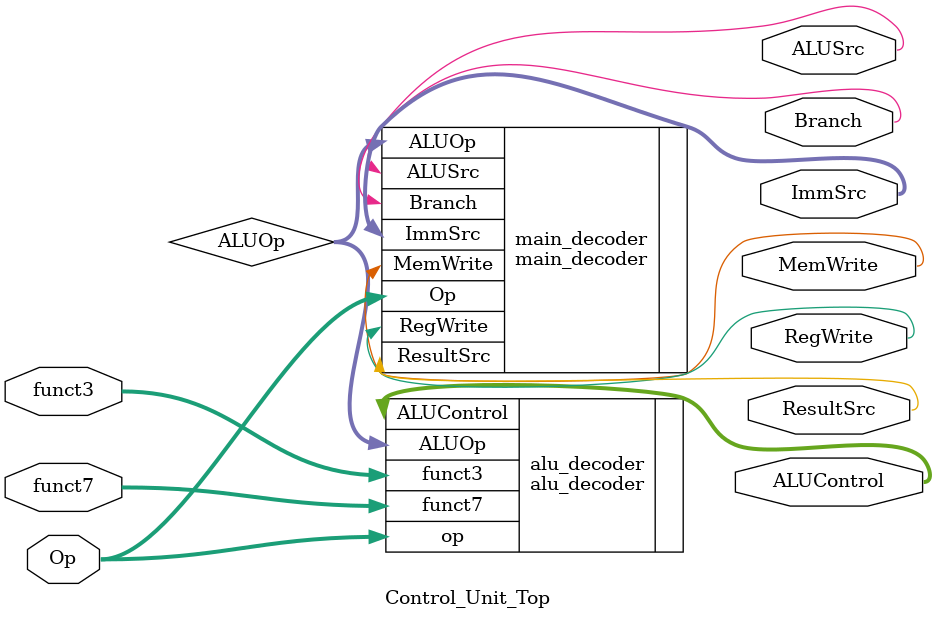
<source format=v>
`include "alu_decoder.v"
`include "main_decoder.v"

module Control_Unit_Top(Op,RegWrite,ImmSrc,ALUSrc,MemWrite,ResultSrc,Branch,funct3,funct7,ALUControl);

input [6:0]Op,funct7;
input [2:0]funct3;
output RegWrite,ALUSrc,MemWrite,ResultSrc,Branch;
output [1:0]ImmSrc;
output [2:0]ALUControl;

wire [1:0]ALUOp;

main_decoder main_decoder(
                .Op(Op),
                .RegWrite(RegWrite),
                .ImmSrc(ImmSrc),
                .MemWrite(MemWrite),
                .ResultSrc(ResultSrc),
                .Branch(Branch),
                .ALUSrc(ALUSrc),
                .ALUOp(ALUOp)
);

alu_decoder alu_decoder(
                            .ALUOp(ALUOp),
                            .funct3(funct3),
                            .funct7(funct7),
                            .op(Op),
                            .ALUControl(ALUControl)
);


endmodule
</source>
